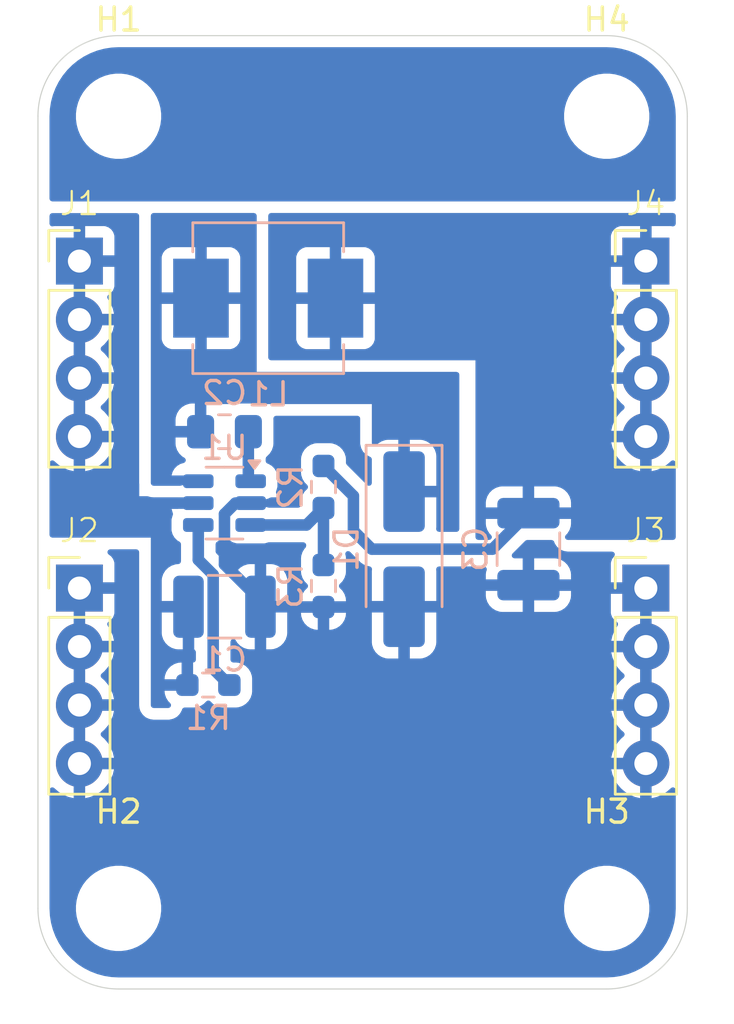
<source format=kicad_pcb>
(kicad_pcb (version 20240108) (generator "pcbnew") (generator_version "8.0")
  (title_block (title "LGS5145 DCDC Converter Test Board") (date "2024-03-22") (company "Perry Leumas"))
  (layers (0 "F.Cu" signal) (31 "B.Cu" signal) (34 "B.Paste" user) (35 "F.Paste" user) (36 "B.SilkS" user "B.Silkscreen") (37 "F.SilkS" user "F.Silkscreen") (38 "B.Mask" user) (39 "F.Mask" user) (44 "Edge.Cuts" user))
  (net 0 "")
  (net 1 "GND")
  (net 2 "Net-(D1-K)")
  (net 3 "Net-(U1-BST)")
  (net 4 "Net-(U1-EN)")
  (net 5 "Net-(U1-FB)")
  (net 6 "VCC")
  (net 7 "+5V")
  (footprint "MountingHole:MountingHole_3.2mm_M3" (layer "F.Cu") (at 126.8 81.1)
    (property "Reference" "H1" (at 0 -4.2 0) (layer "F.SilkS"))
    (property "Value" "MountingHole")
    (pad "" np_thru_hole circle (at 0 0) (size 3.2 3.2) (drill 3.2) (layers "*.Cu" "*.Mask"))
  )
  (footprint "pl_mill:PinHeader_1x04_P2.54mm_Vertical" (layer "F.Cu") (at 125.1 105.4)
    (property "Reference" "J2" (at 0 -6.31 0) (layer "F.SilkS") (effects (font (thickness 0.1))))
    (property "Value" "GND")
    (fp_line (start -1.33 -5.14) (end 0 -5.14) (stroke (width 0.12)) (layer "F.SilkS"))
    (fp_line (start -1.33 -3.81) (end -1.33 -5.14) (stroke (width 0.12)) (layer "F.SilkS"))
    (fp_line (start -1.33 -2.54) (end -1.33 5.14) (stroke (width 0.12)) (layer "F.SilkS"))
    (fp_line (start -1.33 -2.54) (end 1.33 -2.54) (stroke (width 0.12)) (layer "F.SilkS"))
    (fp_line (start -1.33 5.14) (end 1.33 5.14) (stroke (width 0.12)) (layer "F.SilkS"))
    (fp_line (start 1.33 -2.54) (end 1.33 5.14) (stroke (width 0.12)) (layer "F.SilkS"))
    (pad "1" thru_hole rect (at 0 -3.81) (size 2.04 2.04) (drill 1) (layers "*.Cu" "*.Mask") (net 1 "GND"))
    (pad "2" thru_hole oval (at 0 -1.27) (size 2.04 2.04) (drill 1) (layers "*.Cu" "*.Mask") (net 1 "GND"))
    (pad "3" thru_hole oval (at 0 1.27) (size 2.04 2.04) (drill 1) (layers "*.Cu" "*.Mask") (net 1 "GND"))
    (pad "4" thru_hole oval (at 0 3.81) (size 2.04 2.04) (drill 1) (layers "*.Cu" "*.Mask") (net 1 "GND"))
  )
  (footprint "MountingHole:MountingHole_3.2mm_M3" (layer "F.Cu") (at 148 115.5)
    (property "Reference" "H3" (at 0 -4.2 0) (layer "F.SilkS"))
    (property "Value" "MountingHole")
    (pad "" np_thru_hole circle (at 0 0) (size 3.2 3.2) (drill 3.2) (layers "*.Cu" "*.Mask"))
  )
  (footprint "pl_mill:PinHeader_1x04_P2.54mm_Vertical" (layer "F.Cu") (at 149.7 91.2)
    (property "Reference" "J4" (at 0 -6.31 0) (layer "F.SilkS") (effects (font (thickness 0.1))))
    (property "Value" "OUT")
    (fp_line (start -1.33 -5.14) (end 0 -5.14) (stroke (width 0.12)) (layer "F.SilkS"))
    (fp_line (start -1.33 -3.81) (end -1.33 -5.14) (stroke (width 0.12)) (layer "F.SilkS"))
    (fp_line (start -1.33 -2.54) (end -1.33 5.14) (stroke (width 0.12)) (layer "F.SilkS"))
    (fp_line (start -1.33 -2.54) (end 1.33 -2.54) (stroke (width 0.12)) (layer "F.SilkS"))
    (fp_line (start -1.33 5.14) (end 1.33 5.14) (stroke (width 0.12)) (layer "F.SilkS"))
    (fp_line (start 1.33 -2.54) (end 1.33 5.14) (stroke (width 0.12)) (layer "F.SilkS"))
    (pad "1" thru_hole rect (at 0 -3.81) (size 2.04 2.04) (drill 1) (layers "*.Cu" "*.Mask") (net 7 "+5V"))
    (pad "2" thru_hole oval (at 0 -1.27) (size 2.04 2.04) (drill 1) (layers "*.Cu" "*.Mask") (net 7 "+5V"))
    (pad "3" thru_hole oval (at 0 1.27) (size 2.04 2.04) (drill 1) (layers "*.Cu" "*.Mask") (net 7 "+5V"))
    (pad "4" thru_hole oval (at 0 3.81) (size 2.04 2.04) (drill 1) (layers "*.Cu" "*.Mask") (net 7 "+5V"))
  )
  (footprint "pl_mill:PinHeader_1x04_P2.54mm_Vertical" (layer "F.Cu") (at 125.1 91.2)
    (property "Reference" "J1" (at 0 -6.31 0) (layer "F.SilkS") (effects (font (thickness 0.1))))
    (property "Value" "IN")
    (fp_line (start -1.33 -5.14) (end 0 -5.14) (stroke (width 0.12)) (layer "F.SilkS"))
    (fp_line (start -1.33 -3.81) (end -1.33 -5.14) (stroke (width 0.12)) (layer "F.SilkS"))
    (fp_line (start -1.33 -2.54) (end -1.33 5.14) (stroke (width 0.12)) (layer "F.SilkS"))
    (fp_line (start -1.33 -2.54) (end 1.33 -2.54) (stroke (width 0.12)) (layer "F.SilkS"))
    (fp_line (start -1.33 5.14) (end 1.33 5.14) (stroke (width 0.12)) (layer "F.SilkS"))
    (fp_line (start 1.33 -2.54) (end 1.33 5.14) (stroke (width 0.12)) (layer "F.SilkS"))
    (pad "1" thru_hole rect (at 0 -3.81) (size 2.04 2.04) (drill 1) (layers "*.Cu" "*.Mask") (net 6 "VCC"))
    (pad "2" thru_hole oval (at 0 -1.27) (size 2.04 2.04) (drill 1) (layers "*.Cu" "*.Mask") (net 6 "VCC"))
    (pad "3" thru_hole oval (at 0 1.27) (size 2.04 2.04) (drill 1) (layers "*.Cu" "*.Mask") (net 6 "VCC"))
    (pad "4" thru_hole oval (at 0 3.81) (size 2.04 2.04) (drill 1) (layers "*.Cu" "*.Mask") (net 6 "VCC"))
  )
  (footprint "MountingHole:MountingHole_3.2mm_M3" (layer "F.Cu") (at 148 81.1)
    (property "Reference" "H4" (at 0 -4.2 0) (layer "F.SilkS"))
    (property "Value" "MountingHole")
    (pad "" np_thru_hole circle (at 0 0) (size 3.2 3.2) (drill 3.2) (layers "*.Cu" "*.Mask"))
  )
  (footprint "pl_mill:PinHeader_1x04_P2.54mm_Vertical" (layer "F.Cu") (at 149.7 105.4)
    (property "Reference" "J3" (at 0 -6.31 0) (layer "F.SilkS") (effects (font (thickness 0.1))))
    (property "Value" "GND")
    (fp_line (start -1.33 -5.14) (end 0 -5.14) (stroke (width 0.12)) (layer "F.SilkS"))
    (fp_line (start -1.33 -3.81) (end -1.33 -5.14) (stroke (width 0.12)) (layer "F.SilkS"))
    (fp_line (start -1.33 -2.54) (end -1.33 5.14) (stroke (width 0.12)) (layer "F.SilkS"))
    (fp_line (start -1.33 -2.54) (end 1.33 -2.54) (stroke (width 0.12)) (layer "F.SilkS"))
    (fp_line (start -1.33 5.14) (end 1.33 5.14) (stroke (width 0.12)) (layer "F.SilkS"))
    (fp_line (start 1.33 -2.54) (end 1.33 5.14) (stroke (width 0.12)) (layer "F.SilkS"))
    (pad "1" thru_hole rect (at 0 -3.81) (size 2.04 2.04) (drill 1) (layers "*.Cu" "*.Mask") (net 1 "GND"))
    (pad "2" thru_hole oval (at 0 -1.27) (size 2.04 2.04) (drill 1) (layers "*.Cu" "*.Mask") (net 1 "GND"))
    (pad "3" thru_hole oval (at 0 1.27) (size 2.04 2.04) (drill 1) (layers "*.Cu" "*.Mask") (net 1 "GND"))
    (pad "4" thru_hole oval (at 0 3.81) (size 2.04 2.04) (drill 1) (layers "*.Cu" "*.Mask") (net 1 "GND"))
  )
  (footprint "MountingHole:MountingHole_3.2mm_M3" (layer "F.Cu") (at 126.8 115.5)
    (property "Reference" "H2" (at 0 -4.2 0) (layer "F.SilkS"))
    (property "Value" "MountingHole")
    (pad "" np_thru_hole circle (at 0 0) (size 3.2 3.2) (drill 3.2) (layers "*.Cu" "*.Mask"))
  )
  (footprint "Capacitor_SMD:C_0805_2012Metric_Pad1.18x1.45mm_HandSolder" (layer "B.Cu") (at 131.4 94.8 180)
    (property "Reference" "C2" (at 0 1.68 180) (layer "B.SilkS") (effects (justify mirror)))
    (property "Value" "100nF")
    (fp_line (start 0.261252 0.735) (end -0.261252 0.735) (stroke (width 0.12)) (layer "B.SilkS"))
    (fp_line (start 0.261252 -0.735) (end -0.261252 -0.735) (stroke (width 0.12)) (layer "B.SilkS"))
    (pad "1" smd roundrect (at -1.0375 0 180) (size 1.175 1.45) (layers "B.Cu" "B.Paste" "B.Mask") (roundrect_rratio 0.2127659574) (net 3 "Net-(U1-BST)"))
    (pad "2" smd roundrect (at 1.0375 0 180) (size 1.175 1.45) (layers "B.Cu" "B.Paste" "B.Mask") (roundrect_rratio 0.2127659574) (net 2 "Net-(D1-K)"))
  )
  (footprint "Resistor_SMD:R_0603_1608Metric_Pad0.98x0.95mm_HandSolder" (layer "B.Cu") (at 135.7 101.5 -90)
    (property "Reference" "R3" (at 0 1.43 90) (layer "B.SilkS") (effects (justify mirror)))
    (property "Value" "16k")
    (fp_line (start 0.254724 0.5225) (end -0.254724 0.5225) (stroke (width 0.12)) (layer "B.SilkS"))
    (fp_line (start 0.254724 -0.5225) (end -0.254724 -0.5225) (stroke (width 0.12)) (layer "B.SilkS"))
    (pad "1" smd roundrect (at -0.9125 0 270) (size 0.975 0.95) (layers "B.Cu" "B.Paste" "B.Mask") (net 5 "Net-(U1-FB)"))
    (pad "2" smd roundrect (at 0.9125 0 270) (size 0.975 0.95) (layers "B.Cu" "B.Paste" "B.Mask") (net 1 "GND"))
  )
  (footprint "Resistor_SMD:R_0603_1608Metric_Pad0.98x0.95mm_HandSolder" (layer "B.Cu") (at 130.699998 105.8)
    (property "Reference" "R1" (at 0 1.43 360) (layer "B.SilkS") (effects (justify mirror)))
    (property "Value" "10k")
    (fp_line (start 0.254724 -0.5225) (end -0.254724 -0.5225) (stroke (width 0.12)) (layer "B.SilkS"))
    (fp_line (start 0.254724 0.5225) (end -0.254724 0.5225) (stroke (width 0.12)) (layer "B.SilkS"))
    (pad "1" smd roundrect (at -0.9125 0) (size 0.975 0.95) (layers "B.Cu" "B.Paste" "B.Mask") (net 6 "VCC"))
    (pad "2" smd roundrect (at 0.9125 0) (size 0.975 0.95) (layers "B.Cu" "B.Paste" "B.Mask") (net 4 "Net-(U1-EN)"))
  )
  (footprint "Package_TO_SOT_SMD:SOT-23-6" (layer "B.Cu") (at 131.399998 97.9 180)
    (property "Reference" "U1" (at 0 2.4 180) (layer "B.SilkS") (effects (justify mirror)))
    (property "Value" "LGS5145")
    (fp_line (start 0.8 1.56) (end 0 1.56) (stroke (width 0.12)) (layer "B.SilkS"))
    (fp_line (start 0.8 -1.56) (end 0 -1.56) (stroke (width 0.12)) (layer "B.SilkS"))
    (fp_line (start -0.8 1.56) (end 0 1.56) (stroke (width 0.12)) (layer "B.SilkS"))
    (fp_line (start -0.8 -1.56) (end 0 -1.56) (stroke (width 0.12)) (layer "B.SilkS"))
    (fp_poly (pts (xy -1.3 1.51) (xy -1.54 1.84) (xy -1.06 1.84) (xy -1.3 1.51)) (stroke (width 0.12)) (fill solid) (layer "B.SilkS"))
    (pad "1" smd roundrect (at -1.1375 0.95 180) (size 1.325 0.6) (layers "B.Cu" "B.Paste" "B.Mask") (net 3 "Net-(U1-BST)"))
    (pad "2" smd roundrect (at -1.1375 0 180) (size 1.325 0.6) (layers "B.Cu" "B.Paste" "B.Mask") (net 1 "GND"))
    (pad "3" smd roundrect (at -1.1375 -0.95 180) (size 1.325 0.6) (layers "B.Cu" "B.Paste" "B.Mask") (net 5 "Net-(U1-FB)"))
    (pad "4" smd roundrect (at 1.1375 -0.95 180) (size 1.325 0.6) (layers "B.Cu" "B.Paste" "B.Mask") (net 4 "Net-(U1-EN)"))
    (pad "5" smd roundrect (at 1.1375 0 180) (size 1.325 0.6) (layers "B.Cu" "B.Paste" "B.Mask") (net 6 "VCC"))
    (pad "6" smd roundrect (at 1.1375 0.95 180) (size 1.325 0.6) (layers "B.Cu" "B.Paste" "B.Mask") (net 2 "Net-(D1-K)"))
  )
  (footprint "Inductor_SMD:L_Vishay_IHLP-2525" (layer "B.Cu") (at 133.3 89)
    (property "Reference" "L1" (at 0 4.175 360) (layer "B.SilkS") (effects (justify mirror)))
    (property "Value" "L")
    (fp_line (start -3.275 -3.275) (end -3.275 -2.0145) (stroke (width 0.12)) (layer "B.SilkS"))
    (fp_line (start -3.275 3.275) (end -3.275 2.0145) (stroke (width 0.12)) (layer "B.SilkS"))
    (fp_line (start 3.275 -3.275) (end -3.275 -3.275) (stroke (width 0.12)) (layer "B.SilkS"))
    (fp_line (start 3.275 -2.0145) (end 3.275 -3.275) (stroke (width 0.12)) (layer "B.SilkS"))
    (fp_line (start 3.275 2.0145) (end 3.275 3.275) (stroke (width 0.12)) (layer "B.SilkS"))
    (fp_line (start 3.275 3.275) (end -3.275 3.275) (stroke (width 0.12)) (layer "B.SilkS"))
    (pad "1" smd rect (at -2.921 0) (size 2.413 3.429) (layers "B.Cu" "B.Paste" "B.Mask") (net 2 "Net-(D1-K)"))
    (pad "2" smd rect (at 2.921 0) (size 2.413 3.429) (layers "B.Cu" "B.Paste" "B.Mask") (net 7 "+5V"))
  )
  (footprint "Resistor_SMD:R_0603_1608Metric_Pad0.98x0.95mm_HandSolder" (layer "B.Cu") (at 135.7 97.2 -90)
    (property "Reference" "R2" (at 0 1.43 90) (layer "B.SilkS") (effects (justify mirror)))
    (property "Value" "82k")
    (fp_line (start 0.254724 0.5225) (end -0.254724 0.5225) (stroke (width 0.12)) (layer "B.SilkS"))
    (fp_line (start 0.254724 -0.5225) (end -0.254724 -0.5225) (stroke (width 0.12)) (layer "B.SilkS"))
    (pad "1" smd roundrect (at -0.9125 0 270) (size 0.975 0.95) (layers "B.Cu" "B.Paste" "B.Mask") (net 7 "+5V"))
    (pad "2" smd roundrect (at 0.9125 0 270) (size 0.975 0.95) (layers "B.Cu" "B.Paste" "B.Mask") (net 5 "Net-(U1-FB)"))
  )
  (footprint "Capacitor_SMD:C_1210_3225Metric_Pad1.33x2.70mm_HandSolder" (layer "B.Cu") (at 131.399998 102.4)
    (property "Reference" "C1" (at 0 2.3 360) (layer "B.SilkS") (effects (justify mirror)))
    (property "Value" "10uF")
    (fp_line (start 0.711252 -1.36) (end -0.711252 -1.36) (stroke (width 0.12)) (layer "B.SilkS"))
    (fp_line (start 0.711252 1.36) (end -0.711252 1.36) (stroke (width 0.12)) (layer "B.SilkS"))
    (pad "1" smd roundrect (at -1.5625 0) (size 1.325 2.7) (layers "B.Cu" "B.Paste" "B.Mask") (roundrect_rratio 0.1886792453) (net 6 "VCC"))
    (pad "2" smd roundrect (at 1.5625 0) (size 1.325 2.7) (layers "B.Cu" "B.Paste" "B.Mask") (roundrect_rratio 0.1886792453) (net 1 "GND"))
  )
  (footprint "Capacitor_SMD:C_1210_3225Metric_Pad1.33x2.70mm_HandSolder" (layer "B.Cu") (at 144.6 99.9 -90)
    (property "Reference" "C3" (at 0 2.3 90) (layer "B.SilkS") (effects (justify mirror)))
    (property "Value" "10uF")
    (fp_line (start 0.711252 1.36) (end -0.711252 1.36) (stroke (width 0.12)) (layer "B.SilkS"))
    (fp_line (start 0.711252 -1.36) (end -0.711252 -1.36) (stroke (width 0.12)) (layer "B.SilkS"))
    (pad "1" smd roundrect (at -1.5625 0 270) (size 1.325 2.7) (layers "B.Cu" "B.Paste" "B.Mask") (roundrect_rratio 0.1886792453) (net 7 "+5V"))
    (pad "2" smd roundrect (at 1.5625 0 270) (size 1.325 2.7) (layers "B.Cu" "B.Paste" "B.Mask") (roundrect_rratio 0.1886792453) (net 1 "GND"))
  )
  (footprint "Diode_SMD:D_SMA_Handsoldering" (layer "B.Cu") (at 139.2 99.9 -90)
    (property "Reference" "D1" (at 0 2.5 90) (layer "B.SilkS") (effects (justify mirror)))
    (property "Value" "SS56")
    (fp_line (start 2.5 1.65) (end -4.51 1.65) (stroke (width 0.12)) (layer "B.SilkS"))
    (fp_line (start -4.51 -1.65) (end -4.51 1.65) (stroke (width 0.12)) (layer "B.SilkS"))
    (fp_line (start 2.5 -1.65) (end -4.51 -1.65) (stroke (width 0.12)) (layer "B.SilkS"))
    (pad "1" smd roundrect (at -2.5 0 270) (size 3.5 1.8) (layers "B.Cu" "B.Paste" "B.Mask") (roundrect_rratio 0.1388888889) (net 2 "Net-(D1-K)"))
    (pad "2" smd roundrect (at 2.5 0 270) (size 3.5 1.8) (layers "B.Cu" "B.Paste" "B.Mask") (roundrect_rratio 0.1388888889) (net 1 "GND"))
  )
  (gr_line (start 151.5 81.1) (end 151.5 115.5) (stroke (width 0.05)) (layer "Edge.Cuts"))
  (gr_arc (start 126.8 119) (mid 124.325126 117.974874) (end 123.3 115.5) (stroke (width 0.05)) (layer "Edge.Cuts"))
  (gr_line (start 126.8 77.6) (end 148 77.6) (stroke (width 0.05)) (layer "Edge.Cuts"))
  (gr_arc (start 148 77.6) (mid 150.474874 78.625126) (end 151.5 81.1) (stroke (width 0.05)) (layer "Edge.Cuts"))
  (gr_arc (start 151.5 115.5) (mid 150.474874 117.974874) (end 148 119) (stroke (width 0.05)) (layer "Edge.Cuts"))
  (gr_line (start 148 119) (end 126.8 119) (stroke (width 0.05)) (layer "Edge.Cuts"))
  (gr_line (start 123.3 115.5) (end 123.3 81.1) (stroke (width 0.05)) (layer "Edge.Cuts"))
  (gr_arc (start 123.3 81.1) (mid 124.325126 78.625126) (end 126.8 77.6) (stroke (width 0.05)) (layer "Edge.Cuts"))
  (segment (start 131.874999 97.9) (end 131.4 98.374999) (width 0.5) (layer "B.Cu") (net 1))
  (segment (start 131.4 98.374999) (end 131.4 100.566619) (width 0.5) (layer "B.Cu") (net 1))
  (segment (start 131.4 100.566619) (end 132.962498 102.129117) (width 0.5) (layer "B.Cu") (net 1))
  (segment (start 132.962498 102.129117) (end 132.962498 102.4) (width 0.5) (layer "B.Cu") (net 1))
  (segment (start 132.537498 97.9) (end 131.874999 97.9) (width 0.5) (layer "B.Cu") (net 1))
  (segment (start 132.4375 96.850002) (end 132.537498 96.95) (width 0.5) (layer "B.Cu") (net 3))
  (segment (start 132.4375 94.8) (end 132.4375 96.850002) (width 0.5) (layer "B.Cu") (net 3))
  (segment (start 130.909998 105.0975) (end 131.612498 105.8) (width 0.5) (layer "B.Cu") (net 4))
  (segment (start 130.262498 98.85) (end 130.262498 100.362498) (width 0.5) (layer "B.Cu") (net 4))
  (segment (start 130.909998 101.009998) (end 130.909998 105.0975) (width 0.5) (layer "B.Cu") (net 4))
  (segment (start 130.262498 100.362498) (end 130.909998 101.009998) (width 0.5) (layer "B.Cu") (net 4))
  (segment (start 134.9625 98.85) (end 135.7 98.1125) (width 0.5) (layer "B.Cu") (net 5))
  (segment (start 135.7 98.1125) (end 135.7 100.5875) (width 0.5) (layer "B.Cu") (net 5))
  (segment (start 132.537498 98.85) (end 134.9625 98.85) (width 0.5) (layer "B.Cu") (net 5))
  (segment (start 130.262498 97.9) (end 127.7 97.9) (width 0.5) (layer "B.Cu") (net 6))
  (segment (start 143.0375 99.9) (end 144.6 98.3375) (width 0.5) (layer "B.Cu") (net 7))
  (segment (start 137.8 99.9) (end 143.0375 99.9) (width 0.5) (layer "B.Cu") (net 7))
  (segment (start 135.7 96.2875) (end 137 97.5875) (width 0.5) (layer "B.Cu") (net 7))
  (segment (start 137 97.5875) (end 137 99.1) (width 0.5) (layer "B.Cu") (net 7))
  (segment (start 137 99.1) (end 137.8 99.9) (width 0.5) (layer "B.Cu") (net 7))
  (zone (net 1) (net_name "GND") (layer "B.Cu") (connect_pads (clearance 0.5)) (min_thickness 0.25) (fill yes (thermal_gap 0.5) (thermal_bridge_width 0.5))
    (polygon (pts (xy 152.5 76.6) (xy 122.3 76.6) (xy 122.3 120) (xy 152.5 120)))
  )
  (zone (net 7) (net_name "+5V") (layer "B.Cu") (priority 1) (connect_pads (clearance 0.5)) (min_thickness 0.25) (fill yes (thermal_gap 0.5) (thermal_bridge_width 0.5))
    (polygon (pts (xy 142.3 99.5) (xy 152 99.5) (xy 152 85.3) (xy 133.3 85.3) (xy 133.3 91.7) (xy 142.3 91.7)))
  )
  (zone (net 6) (net_name "VCC") (layer "B.Cu") (priority 1) (connect_pads (clearance 0.5)) (min_thickness 0.25) (fill yes (thermal_gap 0.5) (thermal_bridge_width 0.5))
    (polygon (pts (xy 130.5 106.8) (xy 128.2 106.8) (xy 128.2 99.4) (xy 122.8 99.4) (xy 122.8 85.3) (xy 127.7 85.3) (xy 127.7 97.6) (xy 130.5 97.6)))
  )
  (zone (net 2) (net_name "Net-(D1-K)") (layer "B.Cu") (priority 1) (connect_pads (clearance 0.5)) (min_thickness 0.25) (fill yes (thermal_gap 0.5) (thermal_bridge_width 0.5))
    (polygon (pts (xy 130.9 97.2) (xy 130.9 93.6) (xy 137.8 93.6) (xy 137.8 99.2) (xy 141.6 99.2) (xy 141.6 92.2) (xy 132.8 92.2) (xy 132.8 85.3) (xy 128.2 85.3) (xy 128.2 97.2)))
  )
  (zone (net 0) (net_name "") (layer "B.Cu") (priority 1) (connect_pads (clearance 0.5)) (min_thickness 0.25) (fill yes (thermal_gap 0.5) (thermal_bridge_width 0.5) (island_removal_mode 1) (island_area_min 10))
    (polygon (pts (xy 122.8 84.8) (xy 152 84.8) (xy 152 77.1) (xy 122.8 77.1)))
  )
)
</source>
